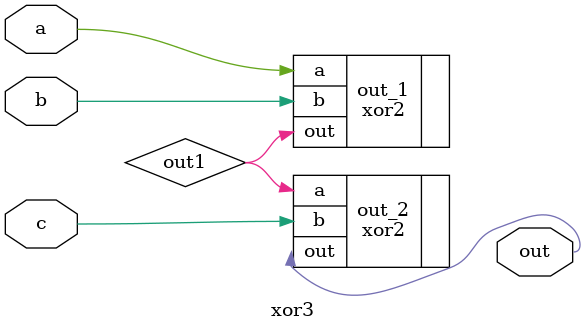
<source format=v>
module xor3 (a, b, c, out);
    input a, b, c;
    output out;
    wire out1;

    xor2 out_1 (.a(a), .b(b), .out(out1));
    xor2 out_2 (.a(out1), .b(c), .out(out));

endmodule

</source>
